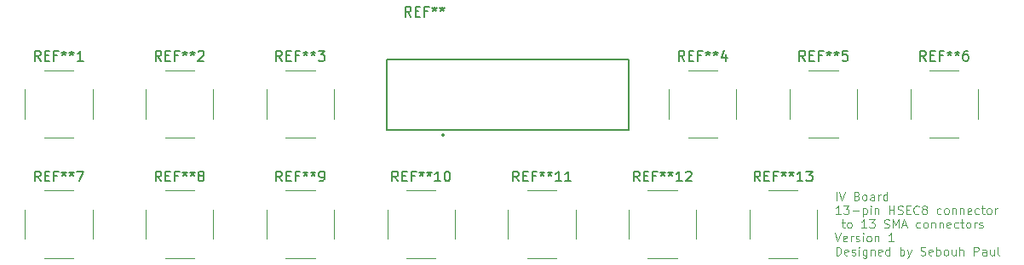
<source format=gbr>
%TF.GenerationSoftware,KiCad,Pcbnew,8.0.2-1*%
%TF.CreationDate,2024-09-17T16:57:38-04:00*%
%TF.ProjectId,Dummy Board,44756d6d-7920-4426-9f61-72642e6b6963,rev?*%
%TF.SameCoordinates,Original*%
%TF.FileFunction,Legend,Top*%
%TF.FilePolarity,Positive*%
%FSLAX46Y46*%
G04 Gerber Fmt 4.6, Leading zero omitted, Abs format (unit mm)*
G04 Created by KiCad (PCBNEW 8.0.2-1) date 2024-09-17 16:57:38*
%MOMM*%
%LPD*%
G01*
G04 APERTURE LIST*
%ADD10C,0.100000*%
%ADD11C,0.150000*%
%ADD12C,0.120000*%
%ADD13C,0.200000*%
G04 APERTURE END LIST*
D10*
X207468169Y-106616969D02*
X207468169Y-105766969D01*
X207751503Y-105766969D02*
X208034836Y-106616969D01*
X208034836Y-106616969D02*
X208318170Y-105766969D01*
X209532455Y-106171731D02*
X209653883Y-106212207D01*
X209653883Y-106212207D02*
X209694360Y-106252683D01*
X209694360Y-106252683D02*
X209734836Y-106333635D01*
X209734836Y-106333635D02*
X209734836Y-106455064D01*
X209734836Y-106455064D02*
X209694360Y-106536016D01*
X209694360Y-106536016D02*
X209653883Y-106576493D01*
X209653883Y-106576493D02*
X209572931Y-106616969D01*
X209572931Y-106616969D02*
X209249121Y-106616969D01*
X209249121Y-106616969D02*
X209249121Y-105766969D01*
X209249121Y-105766969D02*
X209532455Y-105766969D01*
X209532455Y-105766969D02*
X209613407Y-105807445D01*
X209613407Y-105807445D02*
X209653883Y-105847921D01*
X209653883Y-105847921D02*
X209694360Y-105928873D01*
X209694360Y-105928873D02*
X209694360Y-106009826D01*
X209694360Y-106009826D02*
X209653883Y-106090778D01*
X209653883Y-106090778D02*
X209613407Y-106131254D01*
X209613407Y-106131254D02*
X209532455Y-106171731D01*
X209532455Y-106171731D02*
X209249121Y-106171731D01*
X210220550Y-106616969D02*
X210139598Y-106576493D01*
X210139598Y-106576493D02*
X210099121Y-106536016D01*
X210099121Y-106536016D02*
X210058645Y-106455064D01*
X210058645Y-106455064D02*
X210058645Y-106212207D01*
X210058645Y-106212207D02*
X210099121Y-106131254D01*
X210099121Y-106131254D02*
X210139598Y-106090778D01*
X210139598Y-106090778D02*
X210220550Y-106050302D01*
X210220550Y-106050302D02*
X210341979Y-106050302D01*
X210341979Y-106050302D02*
X210422931Y-106090778D01*
X210422931Y-106090778D02*
X210463407Y-106131254D01*
X210463407Y-106131254D02*
X210503883Y-106212207D01*
X210503883Y-106212207D02*
X210503883Y-106455064D01*
X210503883Y-106455064D02*
X210463407Y-106536016D01*
X210463407Y-106536016D02*
X210422931Y-106576493D01*
X210422931Y-106576493D02*
X210341979Y-106616969D01*
X210341979Y-106616969D02*
X210220550Y-106616969D01*
X211232455Y-106616969D02*
X211232455Y-106171731D01*
X211232455Y-106171731D02*
X211191979Y-106090778D01*
X211191979Y-106090778D02*
X211111027Y-106050302D01*
X211111027Y-106050302D02*
X210949122Y-106050302D01*
X210949122Y-106050302D02*
X210868169Y-106090778D01*
X211232455Y-106576493D02*
X211151503Y-106616969D01*
X211151503Y-106616969D02*
X210949122Y-106616969D01*
X210949122Y-106616969D02*
X210868169Y-106576493D01*
X210868169Y-106576493D02*
X210827693Y-106495540D01*
X210827693Y-106495540D02*
X210827693Y-106414588D01*
X210827693Y-106414588D02*
X210868169Y-106333635D01*
X210868169Y-106333635D02*
X210949122Y-106293159D01*
X210949122Y-106293159D02*
X211151503Y-106293159D01*
X211151503Y-106293159D02*
X211232455Y-106252683D01*
X211637217Y-106616969D02*
X211637217Y-106050302D01*
X211637217Y-106212207D02*
X211677694Y-106131254D01*
X211677694Y-106131254D02*
X211718170Y-106090778D01*
X211718170Y-106090778D02*
X211799122Y-106050302D01*
X211799122Y-106050302D02*
X211880075Y-106050302D01*
X212527693Y-106616969D02*
X212527693Y-105766969D01*
X212527693Y-106576493D02*
X212446741Y-106616969D01*
X212446741Y-106616969D02*
X212284836Y-106616969D01*
X212284836Y-106616969D02*
X212203884Y-106576493D01*
X212203884Y-106576493D02*
X212163407Y-106536016D01*
X212163407Y-106536016D02*
X212122931Y-106455064D01*
X212122931Y-106455064D02*
X212122931Y-106212207D01*
X212122931Y-106212207D02*
X212163407Y-106131254D01*
X212163407Y-106131254D02*
X212203884Y-106090778D01*
X212203884Y-106090778D02*
X212284836Y-106050302D01*
X212284836Y-106050302D02*
X212446741Y-106050302D01*
X212446741Y-106050302D02*
X212527693Y-106090778D01*
X207913408Y-107985421D02*
X207427693Y-107985421D01*
X207670550Y-107985421D02*
X207670550Y-107135421D01*
X207670550Y-107135421D02*
X207589598Y-107256849D01*
X207589598Y-107256849D02*
X207508646Y-107337802D01*
X207508646Y-107337802D02*
X207427693Y-107378278D01*
X208196741Y-107135421D02*
X208722932Y-107135421D01*
X208722932Y-107135421D02*
X208439598Y-107459230D01*
X208439598Y-107459230D02*
X208561027Y-107459230D01*
X208561027Y-107459230D02*
X208641979Y-107499706D01*
X208641979Y-107499706D02*
X208682455Y-107540183D01*
X208682455Y-107540183D02*
X208722932Y-107621135D01*
X208722932Y-107621135D02*
X208722932Y-107823516D01*
X208722932Y-107823516D02*
X208682455Y-107904468D01*
X208682455Y-107904468D02*
X208641979Y-107944945D01*
X208641979Y-107944945D02*
X208561027Y-107985421D01*
X208561027Y-107985421D02*
X208318170Y-107985421D01*
X208318170Y-107985421D02*
X208237217Y-107944945D01*
X208237217Y-107944945D02*
X208196741Y-107904468D01*
X209087217Y-107661611D02*
X209734837Y-107661611D01*
X210139598Y-107418754D02*
X210139598Y-108268754D01*
X210139598Y-107459230D02*
X210220551Y-107418754D01*
X210220551Y-107418754D02*
X210382456Y-107418754D01*
X210382456Y-107418754D02*
X210463408Y-107459230D01*
X210463408Y-107459230D02*
X210503884Y-107499706D01*
X210503884Y-107499706D02*
X210544360Y-107580659D01*
X210544360Y-107580659D02*
X210544360Y-107823516D01*
X210544360Y-107823516D02*
X210503884Y-107904468D01*
X210503884Y-107904468D02*
X210463408Y-107944945D01*
X210463408Y-107944945D02*
X210382456Y-107985421D01*
X210382456Y-107985421D02*
X210220551Y-107985421D01*
X210220551Y-107985421D02*
X210139598Y-107944945D01*
X210908646Y-107985421D02*
X210908646Y-107418754D01*
X210908646Y-107135421D02*
X210868170Y-107175897D01*
X210868170Y-107175897D02*
X210908646Y-107216373D01*
X210908646Y-107216373D02*
X210949123Y-107175897D01*
X210949123Y-107175897D02*
X210908646Y-107135421D01*
X210908646Y-107135421D02*
X210908646Y-107216373D01*
X211313408Y-107418754D02*
X211313408Y-107985421D01*
X211313408Y-107499706D02*
X211353885Y-107459230D01*
X211353885Y-107459230D02*
X211434837Y-107418754D01*
X211434837Y-107418754D02*
X211556266Y-107418754D01*
X211556266Y-107418754D02*
X211637218Y-107459230D01*
X211637218Y-107459230D02*
X211677694Y-107540183D01*
X211677694Y-107540183D02*
X211677694Y-107985421D01*
X212730075Y-107985421D02*
X212730075Y-107135421D01*
X212730075Y-107540183D02*
X213215790Y-107540183D01*
X213215790Y-107985421D02*
X213215790Y-107135421D01*
X213580075Y-107944945D02*
X213701504Y-107985421D01*
X213701504Y-107985421D02*
X213903885Y-107985421D01*
X213903885Y-107985421D02*
X213984837Y-107944945D01*
X213984837Y-107944945D02*
X214025313Y-107904468D01*
X214025313Y-107904468D02*
X214065790Y-107823516D01*
X214065790Y-107823516D02*
X214065790Y-107742564D01*
X214065790Y-107742564D02*
X214025313Y-107661611D01*
X214025313Y-107661611D02*
X213984837Y-107621135D01*
X213984837Y-107621135D02*
X213903885Y-107580659D01*
X213903885Y-107580659D02*
X213741980Y-107540183D01*
X213741980Y-107540183D02*
X213661028Y-107499706D01*
X213661028Y-107499706D02*
X213620551Y-107459230D01*
X213620551Y-107459230D02*
X213580075Y-107378278D01*
X213580075Y-107378278D02*
X213580075Y-107297325D01*
X213580075Y-107297325D02*
X213620551Y-107216373D01*
X213620551Y-107216373D02*
X213661028Y-107175897D01*
X213661028Y-107175897D02*
X213741980Y-107135421D01*
X213741980Y-107135421D02*
X213944361Y-107135421D01*
X213944361Y-107135421D02*
X214065790Y-107175897D01*
X214430075Y-107540183D02*
X214713409Y-107540183D01*
X214834837Y-107985421D02*
X214430075Y-107985421D01*
X214430075Y-107985421D02*
X214430075Y-107135421D01*
X214430075Y-107135421D02*
X214834837Y-107135421D01*
X215684838Y-107904468D02*
X215644362Y-107944945D01*
X215644362Y-107944945D02*
X215522933Y-107985421D01*
X215522933Y-107985421D02*
X215441981Y-107985421D01*
X215441981Y-107985421D02*
X215320552Y-107944945D01*
X215320552Y-107944945D02*
X215239600Y-107863992D01*
X215239600Y-107863992D02*
X215199123Y-107783040D01*
X215199123Y-107783040D02*
X215158647Y-107621135D01*
X215158647Y-107621135D02*
X215158647Y-107499706D01*
X215158647Y-107499706D02*
X215199123Y-107337802D01*
X215199123Y-107337802D02*
X215239600Y-107256849D01*
X215239600Y-107256849D02*
X215320552Y-107175897D01*
X215320552Y-107175897D02*
X215441981Y-107135421D01*
X215441981Y-107135421D02*
X215522933Y-107135421D01*
X215522933Y-107135421D02*
X215644362Y-107175897D01*
X215644362Y-107175897D02*
X215684838Y-107216373D01*
X216170552Y-107499706D02*
X216089600Y-107459230D01*
X216089600Y-107459230D02*
X216049123Y-107418754D01*
X216049123Y-107418754D02*
X216008647Y-107337802D01*
X216008647Y-107337802D02*
X216008647Y-107297325D01*
X216008647Y-107297325D02*
X216049123Y-107216373D01*
X216049123Y-107216373D02*
X216089600Y-107175897D01*
X216089600Y-107175897D02*
X216170552Y-107135421D01*
X216170552Y-107135421D02*
X216332457Y-107135421D01*
X216332457Y-107135421D02*
X216413409Y-107175897D01*
X216413409Y-107175897D02*
X216453885Y-107216373D01*
X216453885Y-107216373D02*
X216494362Y-107297325D01*
X216494362Y-107297325D02*
X216494362Y-107337802D01*
X216494362Y-107337802D02*
X216453885Y-107418754D01*
X216453885Y-107418754D02*
X216413409Y-107459230D01*
X216413409Y-107459230D02*
X216332457Y-107499706D01*
X216332457Y-107499706D02*
X216170552Y-107499706D01*
X216170552Y-107499706D02*
X216089600Y-107540183D01*
X216089600Y-107540183D02*
X216049123Y-107580659D01*
X216049123Y-107580659D02*
X216008647Y-107661611D01*
X216008647Y-107661611D02*
X216008647Y-107823516D01*
X216008647Y-107823516D02*
X216049123Y-107904468D01*
X216049123Y-107904468D02*
X216089600Y-107944945D01*
X216089600Y-107944945D02*
X216170552Y-107985421D01*
X216170552Y-107985421D02*
X216332457Y-107985421D01*
X216332457Y-107985421D02*
X216413409Y-107944945D01*
X216413409Y-107944945D02*
X216453885Y-107904468D01*
X216453885Y-107904468D02*
X216494362Y-107823516D01*
X216494362Y-107823516D02*
X216494362Y-107661611D01*
X216494362Y-107661611D02*
X216453885Y-107580659D01*
X216453885Y-107580659D02*
X216413409Y-107540183D01*
X216413409Y-107540183D02*
X216332457Y-107499706D01*
X217870552Y-107944945D02*
X217789600Y-107985421D01*
X217789600Y-107985421D02*
X217627695Y-107985421D01*
X217627695Y-107985421D02*
X217546743Y-107944945D01*
X217546743Y-107944945D02*
X217506266Y-107904468D01*
X217506266Y-107904468D02*
X217465790Y-107823516D01*
X217465790Y-107823516D02*
X217465790Y-107580659D01*
X217465790Y-107580659D02*
X217506266Y-107499706D01*
X217506266Y-107499706D02*
X217546743Y-107459230D01*
X217546743Y-107459230D02*
X217627695Y-107418754D01*
X217627695Y-107418754D02*
X217789600Y-107418754D01*
X217789600Y-107418754D02*
X217870552Y-107459230D01*
X218356266Y-107985421D02*
X218275314Y-107944945D01*
X218275314Y-107944945D02*
X218234837Y-107904468D01*
X218234837Y-107904468D02*
X218194361Y-107823516D01*
X218194361Y-107823516D02*
X218194361Y-107580659D01*
X218194361Y-107580659D02*
X218234837Y-107499706D01*
X218234837Y-107499706D02*
X218275314Y-107459230D01*
X218275314Y-107459230D02*
X218356266Y-107418754D01*
X218356266Y-107418754D02*
X218477695Y-107418754D01*
X218477695Y-107418754D02*
X218558647Y-107459230D01*
X218558647Y-107459230D02*
X218599123Y-107499706D01*
X218599123Y-107499706D02*
X218639599Y-107580659D01*
X218639599Y-107580659D02*
X218639599Y-107823516D01*
X218639599Y-107823516D02*
X218599123Y-107904468D01*
X218599123Y-107904468D02*
X218558647Y-107944945D01*
X218558647Y-107944945D02*
X218477695Y-107985421D01*
X218477695Y-107985421D02*
X218356266Y-107985421D01*
X219003885Y-107418754D02*
X219003885Y-107985421D01*
X219003885Y-107499706D02*
X219044362Y-107459230D01*
X219044362Y-107459230D02*
X219125314Y-107418754D01*
X219125314Y-107418754D02*
X219246743Y-107418754D01*
X219246743Y-107418754D02*
X219327695Y-107459230D01*
X219327695Y-107459230D02*
X219368171Y-107540183D01*
X219368171Y-107540183D02*
X219368171Y-107985421D01*
X219772933Y-107418754D02*
X219772933Y-107985421D01*
X219772933Y-107499706D02*
X219813410Y-107459230D01*
X219813410Y-107459230D02*
X219894362Y-107418754D01*
X219894362Y-107418754D02*
X220015791Y-107418754D01*
X220015791Y-107418754D02*
X220096743Y-107459230D01*
X220096743Y-107459230D02*
X220137219Y-107540183D01*
X220137219Y-107540183D02*
X220137219Y-107985421D01*
X220865791Y-107944945D02*
X220784839Y-107985421D01*
X220784839Y-107985421D02*
X220622934Y-107985421D01*
X220622934Y-107985421D02*
X220541981Y-107944945D01*
X220541981Y-107944945D02*
X220501505Y-107863992D01*
X220501505Y-107863992D02*
X220501505Y-107540183D01*
X220501505Y-107540183D02*
X220541981Y-107459230D01*
X220541981Y-107459230D02*
X220622934Y-107418754D01*
X220622934Y-107418754D02*
X220784839Y-107418754D01*
X220784839Y-107418754D02*
X220865791Y-107459230D01*
X220865791Y-107459230D02*
X220906267Y-107540183D01*
X220906267Y-107540183D02*
X220906267Y-107621135D01*
X220906267Y-107621135D02*
X220501505Y-107702087D01*
X221634838Y-107944945D02*
X221553886Y-107985421D01*
X221553886Y-107985421D02*
X221391981Y-107985421D01*
X221391981Y-107985421D02*
X221311029Y-107944945D01*
X221311029Y-107944945D02*
X221270552Y-107904468D01*
X221270552Y-107904468D02*
X221230076Y-107823516D01*
X221230076Y-107823516D02*
X221230076Y-107580659D01*
X221230076Y-107580659D02*
X221270552Y-107499706D01*
X221270552Y-107499706D02*
X221311029Y-107459230D01*
X221311029Y-107459230D02*
X221391981Y-107418754D01*
X221391981Y-107418754D02*
X221553886Y-107418754D01*
X221553886Y-107418754D02*
X221634838Y-107459230D01*
X221877695Y-107418754D02*
X222201504Y-107418754D01*
X221999123Y-107135421D02*
X221999123Y-107863992D01*
X221999123Y-107863992D02*
X222039600Y-107944945D01*
X222039600Y-107944945D02*
X222120552Y-107985421D01*
X222120552Y-107985421D02*
X222201504Y-107985421D01*
X222606266Y-107985421D02*
X222525314Y-107944945D01*
X222525314Y-107944945D02*
X222484837Y-107904468D01*
X222484837Y-107904468D02*
X222444361Y-107823516D01*
X222444361Y-107823516D02*
X222444361Y-107580659D01*
X222444361Y-107580659D02*
X222484837Y-107499706D01*
X222484837Y-107499706D02*
X222525314Y-107459230D01*
X222525314Y-107459230D02*
X222606266Y-107418754D01*
X222606266Y-107418754D02*
X222727695Y-107418754D01*
X222727695Y-107418754D02*
X222808647Y-107459230D01*
X222808647Y-107459230D02*
X222849123Y-107499706D01*
X222849123Y-107499706D02*
X222889599Y-107580659D01*
X222889599Y-107580659D02*
X222889599Y-107823516D01*
X222889599Y-107823516D02*
X222849123Y-107904468D01*
X222849123Y-107904468D02*
X222808647Y-107944945D01*
X222808647Y-107944945D02*
X222727695Y-107985421D01*
X222727695Y-107985421D02*
X222606266Y-107985421D01*
X223253885Y-107985421D02*
X223253885Y-107418754D01*
X223253885Y-107580659D02*
X223294362Y-107499706D01*
X223294362Y-107499706D02*
X223334838Y-107459230D01*
X223334838Y-107459230D02*
X223415790Y-107418754D01*
X223415790Y-107418754D02*
X223496743Y-107418754D01*
X207994360Y-108787206D02*
X208318169Y-108787206D01*
X208115788Y-108503873D02*
X208115788Y-109232444D01*
X208115788Y-109232444D02*
X208156265Y-109313397D01*
X208156265Y-109313397D02*
X208237217Y-109353873D01*
X208237217Y-109353873D02*
X208318169Y-109353873D01*
X208722931Y-109353873D02*
X208641979Y-109313397D01*
X208641979Y-109313397D02*
X208601502Y-109272920D01*
X208601502Y-109272920D02*
X208561026Y-109191968D01*
X208561026Y-109191968D02*
X208561026Y-108949111D01*
X208561026Y-108949111D02*
X208601502Y-108868158D01*
X208601502Y-108868158D02*
X208641979Y-108827682D01*
X208641979Y-108827682D02*
X208722931Y-108787206D01*
X208722931Y-108787206D02*
X208844360Y-108787206D01*
X208844360Y-108787206D02*
X208925312Y-108827682D01*
X208925312Y-108827682D02*
X208965788Y-108868158D01*
X208965788Y-108868158D02*
X209006264Y-108949111D01*
X209006264Y-108949111D02*
X209006264Y-109191968D01*
X209006264Y-109191968D02*
X208965788Y-109272920D01*
X208965788Y-109272920D02*
X208925312Y-109313397D01*
X208925312Y-109313397D02*
X208844360Y-109353873D01*
X208844360Y-109353873D02*
X208722931Y-109353873D01*
X210463408Y-109353873D02*
X209977693Y-109353873D01*
X210220550Y-109353873D02*
X210220550Y-108503873D01*
X210220550Y-108503873D02*
X210139598Y-108625301D01*
X210139598Y-108625301D02*
X210058646Y-108706254D01*
X210058646Y-108706254D02*
X209977693Y-108746730D01*
X210746741Y-108503873D02*
X211272932Y-108503873D01*
X211272932Y-108503873D02*
X210989598Y-108827682D01*
X210989598Y-108827682D02*
X211111027Y-108827682D01*
X211111027Y-108827682D02*
X211191979Y-108868158D01*
X211191979Y-108868158D02*
X211232455Y-108908635D01*
X211232455Y-108908635D02*
X211272932Y-108989587D01*
X211272932Y-108989587D02*
X211272932Y-109191968D01*
X211272932Y-109191968D02*
X211232455Y-109272920D01*
X211232455Y-109272920D02*
X211191979Y-109313397D01*
X211191979Y-109313397D02*
X211111027Y-109353873D01*
X211111027Y-109353873D02*
X210868170Y-109353873D01*
X210868170Y-109353873D02*
X210787217Y-109313397D01*
X210787217Y-109313397D02*
X210746741Y-109272920D01*
X212244360Y-109313397D02*
X212365789Y-109353873D01*
X212365789Y-109353873D02*
X212568170Y-109353873D01*
X212568170Y-109353873D02*
X212649122Y-109313397D01*
X212649122Y-109313397D02*
X212689598Y-109272920D01*
X212689598Y-109272920D02*
X212730075Y-109191968D01*
X212730075Y-109191968D02*
X212730075Y-109111016D01*
X212730075Y-109111016D02*
X212689598Y-109030063D01*
X212689598Y-109030063D02*
X212649122Y-108989587D01*
X212649122Y-108989587D02*
X212568170Y-108949111D01*
X212568170Y-108949111D02*
X212406265Y-108908635D01*
X212406265Y-108908635D02*
X212325313Y-108868158D01*
X212325313Y-108868158D02*
X212284836Y-108827682D01*
X212284836Y-108827682D02*
X212244360Y-108746730D01*
X212244360Y-108746730D02*
X212244360Y-108665777D01*
X212244360Y-108665777D02*
X212284836Y-108584825D01*
X212284836Y-108584825D02*
X212325313Y-108544349D01*
X212325313Y-108544349D02*
X212406265Y-108503873D01*
X212406265Y-108503873D02*
X212608646Y-108503873D01*
X212608646Y-108503873D02*
X212730075Y-108544349D01*
X213094360Y-109353873D02*
X213094360Y-108503873D01*
X213094360Y-108503873D02*
X213377694Y-109111016D01*
X213377694Y-109111016D02*
X213661027Y-108503873D01*
X213661027Y-108503873D02*
X213661027Y-109353873D01*
X214025313Y-109111016D02*
X214430075Y-109111016D01*
X213944361Y-109353873D02*
X214227694Y-108503873D01*
X214227694Y-108503873D02*
X214511028Y-109353873D01*
X215806265Y-109313397D02*
X215725313Y-109353873D01*
X215725313Y-109353873D02*
X215563408Y-109353873D01*
X215563408Y-109353873D02*
X215482456Y-109313397D01*
X215482456Y-109313397D02*
X215441979Y-109272920D01*
X215441979Y-109272920D02*
X215401503Y-109191968D01*
X215401503Y-109191968D02*
X215401503Y-108949111D01*
X215401503Y-108949111D02*
X215441979Y-108868158D01*
X215441979Y-108868158D02*
X215482456Y-108827682D01*
X215482456Y-108827682D02*
X215563408Y-108787206D01*
X215563408Y-108787206D02*
X215725313Y-108787206D01*
X215725313Y-108787206D02*
X215806265Y-108827682D01*
X216291979Y-109353873D02*
X216211027Y-109313397D01*
X216211027Y-109313397D02*
X216170550Y-109272920D01*
X216170550Y-109272920D02*
X216130074Y-109191968D01*
X216130074Y-109191968D02*
X216130074Y-108949111D01*
X216130074Y-108949111D02*
X216170550Y-108868158D01*
X216170550Y-108868158D02*
X216211027Y-108827682D01*
X216211027Y-108827682D02*
X216291979Y-108787206D01*
X216291979Y-108787206D02*
X216413408Y-108787206D01*
X216413408Y-108787206D02*
X216494360Y-108827682D01*
X216494360Y-108827682D02*
X216534836Y-108868158D01*
X216534836Y-108868158D02*
X216575312Y-108949111D01*
X216575312Y-108949111D02*
X216575312Y-109191968D01*
X216575312Y-109191968D02*
X216534836Y-109272920D01*
X216534836Y-109272920D02*
X216494360Y-109313397D01*
X216494360Y-109313397D02*
X216413408Y-109353873D01*
X216413408Y-109353873D02*
X216291979Y-109353873D01*
X216939598Y-108787206D02*
X216939598Y-109353873D01*
X216939598Y-108868158D02*
X216980075Y-108827682D01*
X216980075Y-108827682D02*
X217061027Y-108787206D01*
X217061027Y-108787206D02*
X217182456Y-108787206D01*
X217182456Y-108787206D02*
X217263408Y-108827682D01*
X217263408Y-108827682D02*
X217303884Y-108908635D01*
X217303884Y-108908635D02*
X217303884Y-109353873D01*
X217708646Y-108787206D02*
X217708646Y-109353873D01*
X217708646Y-108868158D02*
X217749123Y-108827682D01*
X217749123Y-108827682D02*
X217830075Y-108787206D01*
X217830075Y-108787206D02*
X217951504Y-108787206D01*
X217951504Y-108787206D02*
X218032456Y-108827682D01*
X218032456Y-108827682D02*
X218072932Y-108908635D01*
X218072932Y-108908635D02*
X218072932Y-109353873D01*
X218801504Y-109313397D02*
X218720552Y-109353873D01*
X218720552Y-109353873D02*
X218558647Y-109353873D01*
X218558647Y-109353873D02*
X218477694Y-109313397D01*
X218477694Y-109313397D02*
X218437218Y-109232444D01*
X218437218Y-109232444D02*
X218437218Y-108908635D01*
X218437218Y-108908635D02*
X218477694Y-108827682D01*
X218477694Y-108827682D02*
X218558647Y-108787206D01*
X218558647Y-108787206D02*
X218720552Y-108787206D01*
X218720552Y-108787206D02*
X218801504Y-108827682D01*
X218801504Y-108827682D02*
X218841980Y-108908635D01*
X218841980Y-108908635D02*
X218841980Y-108989587D01*
X218841980Y-108989587D02*
X218437218Y-109070539D01*
X219570551Y-109313397D02*
X219489599Y-109353873D01*
X219489599Y-109353873D02*
X219327694Y-109353873D01*
X219327694Y-109353873D02*
X219246742Y-109313397D01*
X219246742Y-109313397D02*
X219206265Y-109272920D01*
X219206265Y-109272920D02*
X219165789Y-109191968D01*
X219165789Y-109191968D02*
X219165789Y-108949111D01*
X219165789Y-108949111D02*
X219206265Y-108868158D01*
X219206265Y-108868158D02*
X219246742Y-108827682D01*
X219246742Y-108827682D02*
X219327694Y-108787206D01*
X219327694Y-108787206D02*
X219489599Y-108787206D01*
X219489599Y-108787206D02*
X219570551Y-108827682D01*
X219813408Y-108787206D02*
X220137217Y-108787206D01*
X219934836Y-108503873D02*
X219934836Y-109232444D01*
X219934836Y-109232444D02*
X219975313Y-109313397D01*
X219975313Y-109313397D02*
X220056265Y-109353873D01*
X220056265Y-109353873D02*
X220137217Y-109353873D01*
X220541979Y-109353873D02*
X220461027Y-109313397D01*
X220461027Y-109313397D02*
X220420550Y-109272920D01*
X220420550Y-109272920D02*
X220380074Y-109191968D01*
X220380074Y-109191968D02*
X220380074Y-108949111D01*
X220380074Y-108949111D02*
X220420550Y-108868158D01*
X220420550Y-108868158D02*
X220461027Y-108827682D01*
X220461027Y-108827682D02*
X220541979Y-108787206D01*
X220541979Y-108787206D02*
X220663408Y-108787206D01*
X220663408Y-108787206D02*
X220744360Y-108827682D01*
X220744360Y-108827682D02*
X220784836Y-108868158D01*
X220784836Y-108868158D02*
X220825312Y-108949111D01*
X220825312Y-108949111D02*
X220825312Y-109191968D01*
X220825312Y-109191968D02*
X220784836Y-109272920D01*
X220784836Y-109272920D02*
X220744360Y-109313397D01*
X220744360Y-109313397D02*
X220663408Y-109353873D01*
X220663408Y-109353873D02*
X220541979Y-109353873D01*
X221189598Y-109353873D02*
X221189598Y-108787206D01*
X221189598Y-108949111D02*
X221230075Y-108868158D01*
X221230075Y-108868158D02*
X221270551Y-108827682D01*
X221270551Y-108827682D02*
X221351503Y-108787206D01*
X221351503Y-108787206D02*
X221432456Y-108787206D01*
X221675312Y-109313397D02*
X221756265Y-109353873D01*
X221756265Y-109353873D02*
X221918169Y-109353873D01*
X221918169Y-109353873D02*
X221999122Y-109313397D01*
X221999122Y-109313397D02*
X222039598Y-109232444D01*
X222039598Y-109232444D02*
X222039598Y-109191968D01*
X222039598Y-109191968D02*
X221999122Y-109111016D01*
X221999122Y-109111016D02*
X221918169Y-109070539D01*
X221918169Y-109070539D02*
X221796741Y-109070539D01*
X221796741Y-109070539D02*
X221715788Y-109030063D01*
X221715788Y-109030063D02*
X221675312Y-108949111D01*
X221675312Y-108949111D02*
X221675312Y-108908635D01*
X221675312Y-108908635D02*
X221715788Y-108827682D01*
X221715788Y-108827682D02*
X221796741Y-108787206D01*
X221796741Y-108787206D02*
X221918169Y-108787206D01*
X221918169Y-108787206D02*
X221999122Y-108827682D01*
X207346741Y-109872325D02*
X207630074Y-110722325D01*
X207630074Y-110722325D02*
X207913408Y-109872325D01*
X208520550Y-110681849D02*
X208439598Y-110722325D01*
X208439598Y-110722325D02*
X208277693Y-110722325D01*
X208277693Y-110722325D02*
X208196740Y-110681849D01*
X208196740Y-110681849D02*
X208156264Y-110600896D01*
X208156264Y-110600896D02*
X208156264Y-110277087D01*
X208156264Y-110277087D02*
X208196740Y-110196134D01*
X208196740Y-110196134D02*
X208277693Y-110155658D01*
X208277693Y-110155658D02*
X208439598Y-110155658D01*
X208439598Y-110155658D02*
X208520550Y-110196134D01*
X208520550Y-110196134D02*
X208561026Y-110277087D01*
X208561026Y-110277087D02*
X208561026Y-110358039D01*
X208561026Y-110358039D02*
X208156264Y-110438991D01*
X208925311Y-110722325D02*
X208925311Y-110155658D01*
X208925311Y-110317563D02*
X208965788Y-110236610D01*
X208965788Y-110236610D02*
X209006264Y-110196134D01*
X209006264Y-110196134D02*
X209087216Y-110155658D01*
X209087216Y-110155658D02*
X209168169Y-110155658D01*
X209411025Y-110681849D02*
X209491978Y-110722325D01*
X209491978Y-110722325D02*
X209653882Y-110722325D01*
X209653882Y-110722325D02*
X209734835Y-110681849D01*
X209734835Y-110681849D02*
X209775311Y-110600896D01*
X209775311Y-110600896D02*
X209775311Y-110560420D01*
X209775311Y-110560420D02*
X209734835Y-110479468D01*
X209734835Y-110479468D02*
X209653882Y-110438991D01*
X209653882Y-110438991D02*
X209532454Y-110438991D01*
X209532454Y-110438991D02*
X209451501Y-110398515D01*
X209451501Y-110398515D02*
X209411025Y-110317563D01*
X209411025Y-110317563D02*
X209411025Y-110277087D01*
X209411025Y-110277087D02*
X209451501Y-110196134D01*
X209451501Y-110196134D02*
X209532454Y-110155658D01*
X209532454Y-110155658D02*
X209653882Y-110155658D01*
X209653882Y-110155658D02*
X209734835Y-110196134D01*
X210139596Y-110722325D02*
X210139596Y-110155658D01*
X210139596Y-109872325D02*
X210099120Y-109912801D01*
X210099120Y-109912801D02*
X210139596Y-109953277D01*
X210139596Y-109953277D02*
X210180073Y-109912801D01*
X210180073Y-109912801D02*
X210139596Y-109872325D01*
X210139596Y-109872325D02*
X210139596Y-109953277D01*
X210665787Y-110722325D02*
X210584835Y-110681849D01*
X210584835Y-110681849D02*
X210544358Y-110641372D01*
X210544358Y-110641372D02*
X210503882Y-110560420D01*
X210503882Y-110560420D02*
X210503882Y-110317563D01*
X210503882Y-110317563D02*
X210544358Y-110236610D01*
X210544358Y-110236610D02*
X210584835Y-110196134D01*
X210584835Y-110196134D02*
X210665787Y-110155658D01*
X210665787Y-110155658D02*
X210787216Y-110155658D01*
X210787216Y-110155658D02*
X210868168Y-110196134D01*
X210868168Y-110196134D02*
X210908644Y-110236610D01*
X210908644Y-110236610D02*
X210949120Y-110317563D01*
X210949120Y-110317563D02*
X210949120Y-110560420D01*
X210949120Y-110560420D02*
X210908644Y-110641372D01*
X210908644Y-110641372D02*
X210868168Y-110681849D01*
X210868168Y-110681849D02*
X210787216Y-110722325D01*
X210787216Y-110722325D02*
X210665787Y-110722325D01*
X211313406Y-110155658D02*
X211313406Y-110722325D01*
X211313406Y-110236610D02*
X211353883Y-110196134D01*
X211353883Y-110196134D02*
X211434835Y-110155658D01*
X211434835Y-110155658D02*
X211556264Y-110155658D01*
X211556264Y-110155658D02*
X211637216Y-110196134D01*
X211637216Y-110196134D02*
X211677692Y-110277087D01*
X211677692Y-110277087D02*
X211677692Y-110722325D01*
X213175312Y-110722325D02*
X212689597Y-110722325D01*
X212932454Y-110722325D02*
X212932454Y-109872325D01*
X212932454Y-109872325D02*
X212851502Y-109993753D01*
X212851502Y-109993753D02*
X212770550Y-110074706D01*
X212770550Y-110074706D02*
X212689597Y-110115182D01*
X207468169Y-112090777D02*
X207468169Y-111240777D01*
X207468169Y-111240777D02*
X207670550Y-111240777D01*
X207670550Y-111240777D02*
X207791979Y-111281253D01*
X207791979Y-111281253D02*
X207872931Y-111362205D01*
X207872931Y-111362205D02*
X207913408Y-111443158D01*
X207913408Y-111443158D02*
X207953884Y-111605062D01*
X207953884Y-111605062D02*
X207953884Y-111726491D01*
X207953884Y-111726491D02*
X207913408Y-111888396D01*
X207913408Y-111888396D02*
X207872931Y-111969348D01*
X207872931Y-111969348D02*
X207791979Y-112050301D01*
X207791979Y-112050301D02*
X207670550Y-112090777D01*
X207670550Y-112090777D02*
X207468169Y-112090777D01*
X208641979Y-112050301D02*
X208561027Y-112090777D01*
X208561027Y-112090777D02*
X208399122Y-112090777D01*
X208399122Y-112090777D02*
X208318169Y-112050301D01*
X208318169Y-112050301D02*
X208277693Y-111969348D01*
X208277693Y-111969348D02*
X208277693Y-111645539D01*
X208277693Y-111645539D02*
X208318169Y-111564586D01*
X208318169Y-111564586D02*
X208399122Y-111524110D01*
X208399122Y-111524110D02*
X208561027Y-111524110D01*
X208561027Y-111524110D02*
X208641979Y-111564586D01*
X208641979Y-111564586D02*
X208682455Y-111645539D01*
X208682455Y-111645539D02*
X208682455Y-111726491D01*
X208682455Y-111726491D02*
X208277693Y-111807443D01*
X209006264Y-112050301D02*
X209087217Y-112090777D01*
X209087217Y-112090777D02*
X209249121Y-112090777D01*
X209249121Y-112090777D02*
X209330074Y-112050301D01*
X209330074Y-112050301D02*
X209370550Y-111969348D01*
X209370550Y-111969348D02*
X209370550Y-111928872D01*
X209370550Y-111928872D02*
X209330074Y-111847920D01*
X209330074Y-111847920D02*
X209249121Y-111807443D01*
X209249121Y-111807443D02*
X209127693Y-111807443D01*
X209127693Y-111807443D02*
X209046740Y-111766967D01*
X209046740Y-111766967D02*
X209006264Y-111686015D01*
X209006264Y-111686015D02*
X209006264Y-111645539D01*
X209006264Y-111645539D02*
X209046740Y-111564586D01*
X209046740Y-111564586D02*
X209127693Y-111524110D01*
X209127693Y-111524110D02*
X209249121Y-111524110D01*
X209249121Y-111524110D02*
X209330074Y-111564586D01*
X209734835Y-112090777D02*
X209734835Y-111524110D01*
X209734835Y-111240777D02*
X209694359Y-111281253D01*
X209694359Y-111281253D02*
X209734835Y-111321729D01*
X209734835Y-111321729D02*
X209775312Y-111281253D01*
X209775312Y-111281253D02*
X209734835Y-111240777D01*
X209734835Y-111240777D02*
X209734835Y-111321729D01*
X210503883Y-111524110D02*
X210503883Y-112212205D01*
X210503883Y-112212205D02*
X210463407Y-112293158D01*
X210463407Y-112293158D02*
X210422931Y-112333634D01*
X210422931Y-112333634D02*
X210341978Y-112374110D01*
X210341978Y-112374110D02*
X210220550Y-112374110D01*
X210220550Y-112374110D02*
X210139597Y-112333634D01*
X210503883Y-112050301D02*
X210422931Y-112090777D01*
X210422931Y-112090777D02*
X210261026Y-112090777D01*
X210261026Y-112090777D02*
X210180074Y-112050301D01*
X210180074Y-112050301D02*
X210139597Y-112009824D01*
X210139597Y-112009824D02*
X210099121Y-111928872D01*
X210099121Y-111928872D02*
X210099121Y-111686015D01*
X210099121Y-111686015D02*
X210139597Y-111605062D01*
X210139597Y-111605062D02*
X210180074Y-111564586D01*
X210180074Y-111564586D02*
X210261026Y-111524110D01*
X210261026Y-111524110D02*
X210422931Y-111524110D01*
X210422931Y-111524110D02*
X210503883Y-111564586D01*
X210908645Y-111524110D02*
X210908645Y-112090777D01*
X210908645Y-111605062D02*
X210949122Y-111564586D01*
X210949122Y-111564586D02*
X211030074Y-111524110D01*
X211030074Y-111524110D02*
X211151503Y-111524110D01*
X211151503Y-111524110D02*
X211232455Y-111564586D01*
X211232455Y-111564586D02*
X211272931Y-111645539D01*
X211272931Y-111645539D02*
X211272931Y-112090777D01*
X212001503Y-112050301D02*
X211920551Y-112090777D01*
X211920551Y-112090777D02*
X211758646Y-112090777D01*
X211758646Y-112090777D02*
X211677693Y-112050301D01*
X211677693Y-112050301D02*
X211637217Y-111969348D01*
X211637217Y-111969348D02*
X211637217Y-111645539D01*
X211637217Y-111645539D02*
X211677693Y-111564586D01*
X211677693Y-111564586D02*
X211758646Y-111524110D01*
X211758646Y-111524110D02*
X211920551Y-111524110D01*
X211920551Y-111524110D02*
X212001503Y-111564586D01*
X212001503Y-111564586D02*
X212041979Y-111645539D01*
X212041979Y-111645539D02*
X212041979Y-111726491D01*
X212041979Y-111726491D02*
X211637217Y-111807443D01*
X212770550Y-112090777D02*
X212770550Y-111240777D01*
X212770550Y-112050301D02*
X212689598Y-112090777D01*
X212689598Y-112090777D02*
X212527693Y-112090777D01*
X212527693Y-112090777D02*
X212446741Y-112050301D01*
X212446741Y-112050301D02*
X212406264Y-112009824D01*
X212406264Y-112009824D02*
X212365788Y-111928872D01*
X212365788Y-111928872D02*
X212365788Y-111686015D01*
X212365788Y-111686015D02*
X212406264Y-111605062D01*
X212406264Y-111605062D02*
X212446741Y-111564586D01*
X212446741Y-111564586D02*
X212527693Y-111524110D01*
X212527693Y-111524110D02*
X212689598Y-111524110D01*
X212689598Y-111524110D02*
X212770550Y-111564586D01*
X213822931Y-112090777D02*
X213822931Y-111240777D01*
X213822931Y-111564586D02*
X213903884Y-111524110D01*
X213903884Y-111524110D02*
X214065789Y-111524110D01*
X214065789Y-111524110D02*
X214146741Y-111564586D01*
X214146741Y-111564586D02*
X214187217Y-111605062D01*
X214187217Y-111605062D02*
X214227693Y-111686015D01*
X214227693Y-111686015D02*
X214227693Y-111928872D01*
X214227693Y-111928872D02*
X214187217Y-112009824D01*
X214187217Y-112009824D02*
X214146741Y-112050301D01*
X214146741Y-112050301D02*
X214065789Y-112090777D01*
X214065789Y-112090777D02*
X213903884Y-112090777D01*
X213903884Y-112090777D02*
X213822931Y-112050301D01*
X214511027Y-111524110D02*
X214713408Y-112090777D01*
X214915789Y-111524110D02*
X214713408Y-112090777D01*
X214713408Y-112090777D02*
X214632456Y-112293158D01*
X214632456Y-112293158D02*
X214591979Y-112333634D01*
X214591979Y-112333634D02*
X214511027Y-112374110D01*
X215846741Y-112050301D02*
X215968170Y-112090777D01*
X215968170Y-112090777D02*
X216170551Y-112090777D01*
X216170551Y-112090777D02*
X216251503Y-112050301D01*
X216251503Y-112050301D02*
X216291979Y-112009824D01*
X216291979Y-112009824D02*
X216332456Y-111928872D01*
X216332456Y-111928872D02*
X216332456Y-111847920D01*
X216332456Y-111847920D02*
X216291979Y-111766967D01*
X216291979Y-111766967D02*
X216251503Y-111726491D01*
X216251503Y-111726491D02*
X216170551Y-111686015D01*
X216170551Y-111686015D02*
X216008646Y-111645539D01*
X216008646Y-111645539D02*
X215927694Y-111605062D01*
X215927694Y-111605062D02*
X215887217Y-111564586D01*
X215887217Y-111564586D02*
X215846741Y-111483634D01*
X215846741Y-111483634D02*
X215846741Y-111402681D01*
X215846741Y-111402681D02*
X215887217Y-111321729D01*
X215887217Y-111321729D02*
X215927694Y-111281253D01*
X215927694Y-111281253D02*
X216008646Y-111240777D01*
X216008646Y-111240777D02*
X216211027Y-111240777D01*
X216211027Y-111240777D02*
X216332456Y-111281253D01*
X217020551Y-112050301D02*
X216939599Y-112090777D01*
X216939599Y-112090777D02*
X216777694Y-112090777D01*
X216777694Y-112090777D02*
X216696741Y-112050301D01*
X216696741Y-112050301D02*
X216656265Y-111969348D01*
X216656265Y-111969348D02*
X216656265Y-111645539D01*
X216656265Y-111645539D02*
X216696741Y-111564586D01*
X216696741Y-111564586D02*
X216777694Y-111524110D01*
X216777694Y-111524110D02*
X216939599Y-111524110D01*
X216939599Y-111524110D02*
X217020551Y-111564586D01*
X217020551Y-111564586D02*
X217061027Y-111645539D01*
X217061027Y-111645539D02*
X217061027Y-111726491D01*
X217061027Y-111726491D02*
X216656265Y-111807443D01*
X217425312Y-112090777D02*
X217425312Y-111240777D01*
X217425312Y-111564586D02*
X217506265Y-111524110D01*
X217506265Y-111524110D02*
X217668170Y-111524110D01*
X217668170Y-111524110D02*
X217749122Y-111564586D01*
X217749122Y-111564586D02*
X217789598Y-111605062D01*
X217789598Y-111605062D02*
X217830074Y-111686015D01*
X217830074Y-111686015D02*
X217830074Y-111928872D01*
X217830074Y-111928872D02*
X217789598Y-112009824D01*
X217789598Y-112009824D02*
X217749122Y-112050301D01*
X217749122Y-112050301D02*
X217668170Y-112090777D01*
X217668170Y-112090777D02*
X217506265Y-112090777D01*
X217506265Y-112090777D02*
X217425312Y-112050301D01*
X218315789Y-112090777D02*
X218234837Y-112050301D01*
X218234837Y-112050301D02*
X218194360Y-112009824D01*
X218194360Y-112009824D02*
X218153884Y-111928872D01*
X218153884Y-111928872D02*
X218153884Y-111686015D01*
X218153884Y-111686015D02*
X218194360Y-111605062D01*
X218194360Y-111605062D02*
X218234837Y-111564586D01*
X218234837Y-111564586D02*
X218315789Y-111524110D01*
X218315789Y-111524110D02*
X218437218Y-111524110D01*
X218437218Y-111524110D02*
X218518170Y-111564586D01*
X218518170Y-111564586D02*
X218558646Y-111605062D01*
X218558646Y-111605062D02*
X218599122Y-111686015D01*
X218599122Y-111686015D02*
X218599122Y-111928872D01*
X218599122Y-111928872D02*
X218558646Y-112009824D01*
X218558646Y-112009824D02*
X218518170Y-112050301D01*
X218518170Y-112050301D02*
X218437218Y-112090777D01*
X218437218Y-112090777D02*
X218315789Y-112090777D01*
X219327694Y-111524110D02*
X219327694Y-112090777D01*
X218963408Y-111524110D02*
X218963408Y-111969348D01*
X218963408Y-111969348D02*
X219003885Y-112050301D01*
X219003885Y-112050301D02*
X219084837Y-112090777D01*
X219084837Y-112090777D02*
X219206266Y-112090777D01*
X219206266Y-112090777D02*
X219287218Y-112050301D01*
X219287218Y-112050301D02*
X219327694Y-112009824D01*
X219732456Y-112090777D02*
X219732456Y-111240777D01*
X220096742Y-112090777D02*
X220096742Y-111645539D01*
X220096742Y-111645539D02*
X220056266Y-111564586D01*
X220056266Y-111564586D02*
X219975314Y-111524110D01*
X219975314Y-111524110D02*
X219853885Y-111524110D01*
X219853885Y-111524110D02*
X219772933Y-111564586D01*
X219772933Y-111564586D02*
X219732456Y-111605062D01*
X221149123Y-112090777D02*
X221149123Y-111240777D01*
X221149123Y-111240777D02*
X221472933Y-111240777D01*
X221472933Y-111240777D02*
X221553885Y-111281253D01*
X221553885Y-111281253D02*
X221594362Y-111321729D01*
X221594362Y-111321729D02*
X221634838Y-111402681D01*
X221634838Y-111402681D02*
X221634838Y-111524110D01*
X221634838Y-111524110D02*
X221594362Y-111605062D01*
X221594362Y-111605062D02*
X221553885Y-111645539D01*
X221553885Y-111645539D02*
X221472933Y-111686015D01*
X221472933Y-111686015D02*
X221149123Y-111686015D01*
X222363409Y-112090777D02*
X222363409Y-111645539D01*
X222363409Y-111645539D02*
X222322933Y-111564586D01*
X222322933Y-111564586D02*
X222241981Y-111524110D01*
X222241981Y-111524110D02*
X222080076Y-111524110D01*
X222080076Y-111524110D02*
X221999123Y-111564586D01*
X222363409Y-112050301D02*
X222282457Y-112090777D01*
X222282457Y-112090777D02*
X222080076Y-112090777D01*
X222080076Y-112090777D02*
X221999123Y-112050301D01*
X221999123Y-112050301D02*
X221958647Y-111969348D01*
X221958647Y-111969348D02*
X221958647Y-111888396D01*
X221958647Y-111888396D02*
X221999123Y-111807443D01*
X221999123Y-111807443D02*
X222080076Y-111766967D01*
X222080076Y-111766967D02*
X222282457Y-111766967D01*
X222282457Y-111766967D02*
X222363409Y-111726491D01*
X223132457Y-111524110D02*
X223132457Y-112090777D01*
X222768171Y-111524110D02*
X222768171Y-111969348D01*
X222768171Y-111969348D02*
X222808648Y-112050301D01*
X222808648Y-112050301D02*
X222889600Y-112090777D01*
X222889600Y-112090777D02*
X223011029Y-112090777D01*
X223011029Y-112090777D02*
X223091981Y-112050301D01*
X223091981Y-112050301D02*
X223132457Y-112009824D01*
X223658648Y-112090777D02*
X223577696Y-112050301D01*
X223577696Y-112050301D02*
X223537219Y-111969348D01*
X223537219Y-111969348D02*
X223537219Y-111240777D01*
D11*
X216390475Y-92704819D02*
X216057142Y-92228628D01*
X215819047Y-92704819D02*
X215819047Y-91704819D01*
X215819047Y-91704819D02*
X216199999Y-91704819D01*
X216199999Y-91704819D02*
X216295237Y-91752438D01*
X216295237Y-91752438D02*
X216342856Y-91800057D01*
X216342856Y-91800057D02*
X216390475Y-91895295D01*
X216390475Y-91895295D02*
X216390475Y-92038152D01*
X216390475Y-92038152D02*
X216342856Y-92133390D01*
X216342856Y-92133390D02*
X216295237Y-92181009D01*
X216295237Y-92181009D02*
X216199999Y-92228628D01*
X216199999Y-92228628D02*
X215819047Y-92228628D01*
X216819047Y-92181009D02*
X217152380Y-92181009D01*
X217295237Y-92704819D02*
X216819047Y-92704819D01*
X216819047Y-92704819D02*
X216819047Y-91704819D01*
X216819047Y-91704819D02*
X217295237Y-91704819D01*
X218057142Y-92181009D02*
X217723809Y-92181009D01*
X217723809Y-92704819D02*
X217723809Y-91704819D01*
X217723809Y-91704819D02*
X218199999Y-91704819D01*
X218723809Y-91704819D02*
X218723809Y-91942914D01*
X218485714Y-91847676D02*
X218723809Y-91942914D01*
X218723809Y-91942914D02*
X218961904Y-91847676D01*
X218580952Y-92133390D02*
X218723809Y-91942914D01*
X218723809Y-91942914D02*
X218866666Y-92133390D01*
X219485714Y-91704819D02*
X219485714Y-91942914D01*
X219247619Y-91847676D02*
X219485714Y-91942914D01*
X219485714Y-91942914D02*
X219723809Y-91847676D01*
X219342857Y-92133390D02*
X219485714Y-91942914D01*
X219485714Y-91942914D02*
X219628571Y-92133390D01*
X220533333Y-91704819D02*
X220342857Y-91704819D01*
X220342857Y-91704819D02*
X220247619Y-91752438D01*
X220247619Y-91752438D02*
X220200000Y-91800057D01*
X220200000Y-91800057D02*
X220104762Y-91942914D01*
X220104762Y-91942914D02*
X220057143Y-92133390D01*
X220057143Y-92133390D02*
X220057143Y-92514342D01*
X220057143Y-92514342D02*
X220104762Y-92609580D01*
X220104762Y-92609580D02*
X220152381Y-92657200D01*
X220152381Y-92657200D02*
X220247619Y-92704819D01*
X220247619Y-92704819D02*
X220438095Y-92704819D01*
X220438095Y-92704819D02*
X220533333Y-92657200D01*
X220533333Y-92657200D02*
X220580952Y-92609580D01*
X220580952Y-92609580D02*
X220628571Y-92514342D01*
X220628571Y-92514342D02*
X220628571Y-92276247D01*
X220628571Y-92276247D02*
X220580952Y-92181009D01*
X220580952Y-92181009D02*
X220533333Y-92133390D01*
X220533333Y-92133390D02*
X220438095Y-92085771D01*
X220438095Y-92085771D02*
X220247619Y-92085771D01*
X220247619Y-92085771D02*
X220152381Y-92133390D01*
X220152381Y-92133390D02*
X220104762Y-92181009D01*
X220104762Y-92181009D02*
X220057143Y-92276247D01*
X128390475Y-104704819D02*
X128057142Y-104228628D01*
X127819047Y-104704819D02*
X127819047Y-103704819D01*
X127819047Y-103704819D02*
X128199999Y-103704819D01*
X128199999Y-103704819D02*
X128295237Y-103752438D01*
X128295237Y-103752438D02*
X128342856Y-103800057D01*
X128342856Y-103800057D02*
X128390475Y-103895295D01*
X128390475Y-103895295D02*
X128390475Y-104038152D01*
X128390475Y-104038152D02*
X128342856Y-104133390D01*
X128342856Y-104133390D02*
X128295237Y-104181009D01*
X128295237Y-104181009D02*
X128199999Y-104228628D01*
X128199999Y-104228628D02*
X127819047Y-104228628D01*
X128819047Y-104181009D02*
X129152380Y-104181009D01*
X129295237Y-104704819D02*
X128819047Y-104704819D01*
X128819047Y-104704819D02*
X128819047Y-103704819D01*
X128819047Y-103704819D02*
X129295237Y-103704819D01*
X130057142Y-104181009D02*
X129723809Y-104181009D01*
X129723809Y-104704819D02*
X129723809Y-103704819D01*
X129723809Y-103704819D02*
X130199999Y-103704819D01*
X130723809Y-103704819D02*
X130723809Y-103942914D01*
X130485714Y-103847676D02*
X130723809Y-103942914D01*
X130723809Y-103942914D02*
X130961904Y-103847676D01*
X130580952Y-104133390D02*
X130723809Y-103942914D01*
X130723809Y-103942914D02*
X130866666Y-104133390D01*
X131485714Y-103704819D02*
X131485714Y-103942914D01*
X131247619Y-103847676D02*
X131485714Y-103942914D01*
X131485714Y-103942914D02*
X131723809Y-103847676D01*
X131342857Y-104133390D02*
X131485714Y-103942914D01*
X131485714Y-103942914D02*
X131628571Y-104133390D01*
X132009524Y-103704819D02*
X132676190Y-103704819D01*
X132676190Y-103704819D02*
X132247619Y-104704819D01*
X175914285Y-104704819D02*
X175580952Y-104228628D01*
X175342857Y-104704819D02*
X175342857Y-103704819D01*
X175342857Y-103704819D02*
X175723809Y-103704819D01*
X175723809Y-103704819D02*
X175819047Y-103752438D01*
X175819047Y-103752438D02*
X175866666Y-103800057D01*
X175866666Y-103800057D02*
X175914285Y-103895295D01*
X175914285Y-103895295D02*
X175914285Y-104038152D01*
X175914285Y-104038152D02*
X175866666Y-104133390D01*
X175866666Y-104133390D02*
X175819047Y-104181009D01*
X175819047Y-104181009D02*
X175723809Y-104228628D01*
X175723809Y-104228628D02*
X175342857Y-104228628D01*
X176342857Y-104181009D02*
X176676190Y-104181009D01*
X176819047Y-104704819D02*
X176342857Y-104704819D01*
X176342857Y-104704819D02*
X176342857Y-103704819D01*
X176342857Y-103704819D02*
X176819047Y-103704819D01*
X177580952Y-104181009D02*
X177247619Y-104181009D01*
X177247619Y-104704819D02*
X177247619Y-103704819D01*
X177247619Y-103704819D02*
X177723809Y-103704819D01*
X178247619Y-103704819D02*
X178247619Y-103942914D01*
X178009524Y-103847676D02*
X178247619Y-103942914D01*
X178247619Y-103942914D02*
X178485714Y-103847676D01*
X178104762Y-104133390D02*
X178247619Y-103942914D01*
X178247619Y-103942914D02*
X178390476Y-104133390D01*
X179009524Y-103704819D02*
X179009524Y-103942914D01*
X178771429Y-103847676D02*
X179009524Y-103942914D01*
X179009524Y-103942914D02*
X179247619Y-103847676D01*
X178866667Y-104133390D02*
X179009524Y-103942914D01*
X179009524Y-103942914D02*
X179152381Y-104133390D01*
X180152381Y-104704819D02*
X179580953Y-104704819D01*
X179866667Y-104704819D02*
X179866667Y-103704819D01*
X179866667Y-103704819D02*
X179771429Y-103847676D01*
X179771429Y-103847676D02*
X179676191Y-103942914D01*
X179676191Y-103942914D02*
X179580953Y-103990533D01*
X181104762Y-104704819D02*
X180533334Y-104704819D01*
X180819048Y-104704819D02*
X180819048Y-103704819D01*
X180819048Y-103704819D02*
X180723810Y-103847676D01*
X180723810Y-103847676D02*
X180628572Y-103942914D01*
X180628572Y-103942914D02*
X180533334Y-103990533D01*
X187914285Y-104704819D02*
X187580952Y-104228628D01*
X187342857Y-104704819D02*
X187342857Y-103704819D01*
X187342857Y-103704819D02*
X187723809Y-103704819D01*
X187723809Y-103704819D02*
X187819047Y-103752438D01*
X187819047Y-103752438D02*
X187866666Y-103800057D01*
X187866666Y-103800057D02*
X187914285Y-103895295D01*
X187914285Y-103895295D02*
X187914285Y-104038152D01*
X187914285Y-104038152D02*
X187866666Y-104133390D01*
X187866666Y-104133390D02*
X187819047Y-104181009D01*
X187819047Y-104181009D02*
X187723809Y-104228628D01*
X187723809Y-104228628D02*
X187342857Y-104228628D01*
X188342857Y-104181009D02*
X188676190Y-104181009D01*
X188819047Y-104704819D02*
X188342857Y-104704819D01*
X188342857Y-104704819D02*
X188342857Y-103704819D01*
X188342857Y-103704819D02*
X188819047Y-103704819D01*
X189580952Y-104181009D02*
X189247619Y-104181009D01*
X189247619Y-104704819D02*
X189247619Y-103704819D01*
X189247619Y-103704819D02*
X189723809Y-103704819D01*
X190247619Y-103704819D02*
X190247619Y-103942914D01*
X190009524Y-103847676D02*
X190247619Y-103942914D01*
X190247619Y-103942914D02*
X190485714Y-103847676D01*
X190104762Y-104133390D02*
X190247619Y-103942914D01*
X190247619Y-103942914D02*
X190390476Y-104133390D01*
X191009524Y-103704819D02*
X191009524Y-103942914D01*
X190771429Y-103847676D02*
X191009524Y-103942914D01*
X191009524Y-103942914D02*
X191247619Y-103847676D01*
X190866667Y-104133390D02*
X191009524Y-103942914D01*
X191009524Y-103942914D02*
X191152381Y-104133390D01*
X192152381Y-104704819D02*
X191580953Y-104704819D01*
X191866667Y-104704819D02*
X191866667Y-103704819D01*
X191866667Y-103704819D02*
X191771429Y-103847676D01*
X191771429Y-103847676D02*
X191676191Y-103942914D01*
X191676191Y-103942914D02*
X191580953Y-103990533D01*
X192533334Y-103800057D02*
X192580953Y-103752438D01*
X192580953Y-103752438D02*
X192676191Y-103704819D01*
X192676191Y-103704819D02*
X192914286Y-103704819D01*
X192914286Y-103704819D02*
X193009524Y-103752438D01*
X193009524Y-103752438D02*
X193057143Y-103800057D01*
X193057143Y-103800057D02*
X193104762Y-103895295D01*
X193104762Y-103895295D02*
X193104762Y-103990533D01*
X193104762Y-103990533D02*
X193057143Y-104133390D01*
X193057143Y-104133390D02*
X192485715Y-104704819D01*
X192485715Y-104704819D02*
X193104762Y-104704819D01*
X140390475Y-92704819D02*
X140057142Y-92228628D01*
X139819047Y-92704819D02*
X139819047Y-91704819D01*
X139819047Y-91704819D02*
X140199999Y-91704819D01*
X140199999Y-91704819D02*
X140295237Y-91752438D01*
X140295237Y-91752438D02*
X140342856Y-91800057D01*
X140342856Y-91800057D02*
X140390475Y-91895295D01*
X140390475Y-91895295D02*
X140390475Y-92038152D01*
X140390475Y-92038152D02*
X140342856Y-92133390D01*
X140342856Y-92133390D02*
X140295237Y-92181009D01*
X140295237Y-92181009D02*
X140199999Y-92228628D01*
X140199999Y-92228628D02*
X139819047Y-92228628D01*
X140819047Y-92181009D02*
X141152380Y-92181009D01*
X141295237Y-92704819D02*
X140819047Y-92704819D01*
X140819047Y-92704819D02*
X140819047Y-91704819D01*
X140819047Y-91704819D02*
X141295237Y-91704819D01*
X142057142Y-92181009D02*
X141723809Y-92181009D01*
X141723809Y-92704819D02*
X141723809Y-91704819D01*
X141723809Y-91704819D02*
X142199999Y-91704819D01*
X142723809Y-91704819D02*
X142723809Y-91942914D01*
X142485714Y-91847676D02*
X142723809Y-91942914D01*
X142723809Y-91942914D02*
X142961904Y-91847676D01*
X142580952Y-92133390D02*
X142723809Y-91942914D01*
X142723809Y-91942914D02*
X142866666Y-92133390D01*
X143485714Y-91704819D02*
X143485714Y-91942914D01*
X143247619Y-91847676D02*
X143485714Y-91942914D01*
X143485714Y-91942914D02*
X143723809Y-91847676D01*
X143342857Y-92133390D02*
X143485714Y-91942914D01*
X143485714Y-91942914D02*
X143628571Y-92133390D01*
X144057143Y-91800057D02*
X144104762Y-91752438D01*
X144104762Y-91752438D02*
X144200000Y-91704819D01*
X144200000Y-91704819D02*
X144438095Y-91704819D01*
X144438095Y-91704819D02*
X144533333Y-91752438D01*
X144533333Y-91752438D02*
X144580952Y-91800057D01*
X144580952Y-91800057D02*
X144628571Y-91895295D01*
X144628571Y-91895295D02*
X144628571Y-91990533D01*
X144628571Y-91990533D02*
X144580952Y-92133390D01*
X144580952Y-92133390D02*
X144009524Y-92704819D01*
X144009524Y-92704819D02*
X144628571Y-92704819D01*
X140390475Y-104704819D02*
X140057142Y-104228628D01*
X139819047Y-104704819D02*
X139819047Y-103704819D01*
X139819047Y-103704819D02*
X140199999Y-103704819D01*
X140199999Y-103704819D02*
X140295237Y-103752438D01*
X140295237Y-103752438D02*
X140342856Y-103800057D01*
X140342856Y-103800057D02*
X140390475Y-103895295D01*
X140390475Y-103895295D02*
X140390475Y-104038152D01*
X140390475Y-104038152D02*
X140342856Y-104133390D01*
X140342856Y-104133390D02*
X140295237Y-104181009D01*
X140295237Y-104181009D02*
X140199999Y-104228628D01*
X140199999Y-104228628D02*
X139819047Y-104228628D01*
X140819047Y-104181009D02*
X141152380Y-104181009D01*
X141295237Y-104704819D02*
X140819047Y-104704819D01*
X140819047Y-104704819D02*
X140819047Y-103704819D01*
X140819047Y-103704819D02*
X141295237Y-103704819D01*
X142057142Y-104181009D02*
X141723809Y-104181009D01*
X141723809Y-104704819D02*
X141723809Y-103704819D01*
X141723809Y-103704819D02*
X142199999Y-103704819D01*
X142723809Y-103704819D02*
X142723809Y-103942914D01*
X142485714Y-103847676D02*
X142723809Y-103942914D01*
X142723809Y-103942914D02*
X142961904Y-103847676D01*
X142580952Y-104133390D02*
X142723809Y-103942914D01*
X142723809Y-103942914D02*
X142866666Y-104133390D01*
X143485714Y-103704819D02*
X143485714Y-103942914D01*
X143247619Y-103847676D02*
X143485714Y-103942914D01*
X143485714Y-103942914D02*
X143723809Y-103847676D01*
X143342857Y-104133390D02*
X143485714Y-103942914D01*
X143485714Y-103942914D02*
X143628571Y-104133390D01*
X144247619Y-104133390D02*
X144152381Y-104085771D01*
X144152381Y-104085771D02*
X144104762Y-104038152D01*
X144104762Y-104038152D02*
X144057143Y-103942914D01*
X144057143Y-103942914D02*
X144057143Y-103895295D01*
X144057143Y-103895295D02*
X144104762Y-103800057D01*
X144104762Y-103800057D02*
X144152381Y-103752438D01*
X144152381Y-103752438D02*
X144247619Y-103704819D01*
X144247619Y-103704819D02*
X144438095Y-103704819D01*
X144438095Y-103704819D02*
X144533333Y-103752438D01*
X144533333Y-103752438D02*
X144580952Y-103800057D01*
X144580952Y-103800057D02*
X144628571Y-103895295D01*
X144628571Y-103895295D02*
X144628571Y-103942914D01*
X144628571Y-103942914D02*
X144580952Y-104038152D01*
X144580952Y-104038152D02*
X144533333Y-104085771D01*
X144533333Y-104085771D02*
X144438095Y-104133390D01*
X144438095Y-104133390D02*
X144247619Y-104133390D01*
X144247619Y-104133390D02*
X144152381Y-104181009D01*
X144152381Y-104181009D02*
X144104762Y-104228628D01*
X144104762Y-104228628D02*
X144057143Y-104323866D01*
X144057143Y-104323866D02*
X144057143Y-104514342D01*
X144057143Y-104514342D02*
X144104762Y-104609580D01*
X144104762Y-104609580D02*
X144152381Y-104657200D01*
X144152381Y-104657200D02*
X144247619Y-104704819D01*
X144247619Y-104704819D02*
X144438095Y-104704819D01*
X144438095Y-104704819D02*
X144533333Y-104657200D01*
X144533333Y-104657200D02*
X144580952Y-104609580D01*
X144580952Y-104609580D02*
X144628571Y-104514342D01*
X144628571Y-104514342D02*
X144628571Y-104323866D01*
X144628571Y-104323866D02*
X144580952Y-104228628D01*
X144580952Y-104228628D02*
X144533333Y-104181009D01*
X144533333Y-104181009D02*
X144438095Y-104133390D01*
X152390475Y-104704819D02*
X152057142Y-104228628D01*
X151819047Y-104704819D02*
X151819047Y-103704819D01*
X151819047Y-103704819D02*
X152199999Y-103704819D01*
X152199999Y-103704819D02*
X152295237Y-103752438D01*
X152295237Y-103752438D02*
X152342856Y-103800057D01*
X152342856Y-103800057D02*
X152390475Y-103895295D01*
X152390475Y-103895295D02*
X152390475Y-104038152D01*
X152390475Y-104038152D02*
X152342856Y-104133390D01*
X152342856Y-104133390D02*
X152295237Y-104181009D01*
X152295237Y-104181009D02*
X152199999Y-104228628D01*
X152199999Y-104228628D02*
X151819047Y-104228628D01*
X152819047Y-104181009D02*
X153152380Y-104181009D01*
X153295237Y-104704819D02*
X152819047Y-104704819D01*
X152819047Y-104704819D02*
X152819047Y-103704819D01*
X152819047Y-103704819D02*
X153295237Y-103704819D01*
X154057142Y-104181009D02*
X153723809Y-104181009D01*
X153723809Y-104704819D02*
X153723809Y-103704819D01*
X153723809Y-103704819D02*
X154199999Y-103704819D01*
X154723809Y-103704819D02*
X154723809Y-103942914D01*
X154485714Y-103847676D02*
X154723809Y-103942914D01*
X154723809Y-103942914D02*
X154961904Y-103847676D01*
X154580952Y-104133390D02*
X154723809Y-103942914D01*
X154723809Y-103942914D02*
X154866666Y-104133390D01*
X155485714Y-103704819D02*
X155485714Y-103942914D01*
X155247619Y-103847676D02*
X155485714Y-103942914D01*
X155485714Y-103942914D02*
X155723809Y-103847676D01*
X155342857Y-104133390D02*
X155485714Y-103942914D01*
X155485714Y-103942914D02*
X155628571Y-104133390D01*
X156152381Y-104704819D02*
X156342857Y-104704819D01*
X156342857Y-104704819D02*
X156438095Y-104657200D01*
X156438095Y-104657200D02*
X156485714Y-104609580D01*
X156485714Y-104609580D02*
X156580952Y-104466723D01*
X156580952Y-104466723D02*
X156628571Y-104276247D01*
X156628571Y-104276247D02*
X156628571Y-103895295D01*
X156628571Y-103895295D02*
X156580952Y-103800057D01*
X156580952Y-103800057D02*
X156533333Y-103752438D01*
X156533333Y-103752438D02*
X156438095Y-103704819D01*
X156438095Y-103704819D02*
X156247619Y-103704819D01*
X156247619Y-103704819D02*
X156152381Y-103752438D01*
X156152381Y-103752438D02*
X156104762Y-103800057D01*
X156104762Y-103800057D02*
X156057143Y-103895295D01*
X156057143Y-103895295D02*
X156057143Y-104133390D01*
X156057143Y-104133390D02*
X156104762Y-104228628D01*
X156104762Y-104228628D02*
X156152381Y-104276247D01*
X156152381Y-104276247D02*
X156247619Y-104323866D01*
X156247619Y-104323866D02*
X156438095Y-104323866D01*
X156438095Y-104323866D02*
X156533333Y-104276247D01*
X156533333Y-104276247D02*
X156580952Y-104228628D01*
X156580952Y-104228628D02*
X156628571Y-104133390D01*
X128390475Y-92704819D02*
X128057142Y-92228628D01*
X127819047Y-92704819D02*
X127819047Y-91704819D01*
X127819047Y-91704819D02*
X128199999Y-91704819D01*
X128199999Y-91704819D02*
X128295237Y-91752438D01*
X128295237Y-91752438D02*
X128342856Y-91800057D01*
X128342856Y-91800057D02*
X128390475Y-91895295D01*
X128390475Y-91895295D02*
X128390475Y-92038152D01*
X128390475Y-92038152D02*
X128342856Y-92133390D01*
X128342856Y-92133390D02*
X128295237Y-92181009D01*
X128295237Y-92181009D02*
X128199999Y-92228628D01*
X128199999Y-92228628D02*
X127819047Y-92228628D01*
X128819047Y-92181009D02*
X129152380Y-92181009D01*
X129295237Y-92704819D02*
X128819047Y-92704819D01*
X128819047Y-92704819D02*
X128819047Y-91704819D01*
X128819047Y-91704819D02*
X129295237Y-91704819D01*
X130057142Y-92181009D02*
X129723809Y-92181009D01*
X129723809Y-92704819D02*
X129723809Y-91704819D01*
X129723809Y-91704819D02*
X130199999Y-91704819D01*
X130723809Y-91704819D02*
X130723809Y-91942914D01*
X130485714Y-91847676D02*
X130723809Y-91942914D01*
X130723809Y-91942914D02*
X130961904Y-91847676D01*
X130580952Y-92133390D02*
X130723809Y-91942914D01*
X130723809Y-91942914D02*
X130866666Y-92133390D01*
X131485714Y-91704819D02*
X131485714Y-91942914D01*
X131247619Y-91847676D02*
X131485714Y-91942914D01*
X131485714Y-91942914D02*
X131723809Y-91847676D01*
X131342857Y-92133390D02*
X131485714Y-91942914D01*
X131485714Y-91942914D02*
X131628571Y-92133390D01*
X132628571Y-92704819D02*
X132057143Y-92704819D01*
X132342857Y-92704819D02*
X132342857Y-91704819D01*
X132342857Y-91704819D02*
X132247619Y-91847676D01*
X132247619Y-91847676D02*
X132152381Y-91942914D01*
X132152381Y-91942914D02*
X132057143Y-91990533D01*
X163914285Y-104704819D02*
X163580952Y-104228628D01*
X163342857Y-104704819D02*
X163342857Y-103704819D01*
X163342857Y-103704819D02*
X163723809Y-103704819D01*
X163723809Y-103704819D02*
X163819047Y-103752438D01*
X163819047Y-103752438D02*
X163866666Y-103800057D01*
X163866666Y-103800057D02*
X163914285Y-103895295D01*
X163914285Y-103895295D02*
X163914285Y-104038152D01*
X163914285Y-104038152D02*
X163866666Y-104133390D01*
X163866666Y-104133390D02*
X163819047Y-104181009D01*
X163819047Y-104181009D02*
X163723809Y-104228628D01*
X163723809Y-104228628D02*
X163342857Y-104228628D01*
X164342857Y-104181009D02*
X164676190Y-104181009D01*
X164819047Y-104704819D02*
X164342857Y-104704819D01*
X164342857Y-104704819D02*
X164342857Y-103704819D01*
X164342857Y-103704819D02*
X164819047Y-103704819D01*
X165580952Y-104181009D02*
X165247619Y-104181009D01*
X165247619Y-104704819D02*
X165247619Y-103704819D01*
X165247619Y-103704819D02*
X165723809Y-103704819D01*
X166247619Y-103704819D02*
X166247619Y-103942914D01*
X166009524Y-103847676D02*
X166247619Y-103942914D01*
X166247619Y-103942914D02*
X166485714Y-103847676D01*
X166104762Y-104133390D02*
X166247619Y-103942914D01*
X166247619Y-103942914D02*
X166390476Y-104133390D01*
X167009524Y-103704819D02*
X167009524Y-103942914D01*
X166771429Y-103847676D02*
X167009524Y-103942914D01*
X167009524Y-103942914D02*
X167247619Y-103847676D01*
X166866667Y-104133390D02*
X167009524Y-103942914D01*
X167009524Y-103942914D02*
X167152381Y-104133390D01*
X168152381Y-104704819D02*
X167580953Y-104704819D01*
X167866667Y-104704819D02*
X167866667Y-103704819D01*
X167866667Y-103704819D02*
X167771429Y-103847676D01*
X167771429Y-103847676D02*
X167676191Y-103942914D01*
X167676191Y-103942914D02*
X167580953Y-103990533D01*
X168771429Y-103704819D02*
X168866667Y-103704819D01*
X168866667Y-103704819D02*
X168961905Y-103752438D01*
X168961905Y-103752438D02*
X169009524Y-103800057D01*
X169009524Y-103800057D02*
X169057143Y-103895295D01*
X169057143Y-103895295D02*
X169104762Y-104085771D01*
X169104762Y-104085771D02*
X169104762Y-104323866D01*
X169104762Y-104323866D02*
X169057143Y-104514342D01*
X169057143Y-104514342D02*
X169009524Y-104609580D01*
X169009524Y-104609580D02*
X168961905Y-104657200D01*
X168961905Y-104657200D02*
X168866667Y-104704819D01*
X168866667Y-104704819D02*
X168771429Y-104704819D01*
X168771429Y-104704819D02*
X168676191Y-104657200D01*
X168676191Y-104657200D02*
X168628572Y-104609580D01*
X168628572Y-104609580D02*
X168580953Y-104514342D01*
X168580953Y-104514342D02*
X168533334Y-104323866D01*
X168533334Y-104323866D02*
X168533334Y-104085771D01*
X168533334Y-104085771D02*
X168580953Y-103895295D01*
X168580953Y-103895295D02*
X168628572Y-103800057D01*
X168628572Y-103800057D02*
X168676191Y-103752438D01*
X168676191Y-103752438D02*
X168771429Y-103704819D01*
X192390475Y-92704819D02*
X192057142Y-92228628D01*
X191819047Y-92704819D02*
X191819047Y-91704819D01*
X191819047Y-91704819D02*
X192199999Y-91704819D01*
X192199999Y-91704819D02*
X192295237Y-91752438D01*
X192295237Y-91752438D02*
X192342856Y-91800057D01*
X192342856Y-91800057D02*
X192390475Y-91895295D01*
X192390475Y-91895295D02*
X192390475Y-92038152D01*
X192390475Y-92038152D02*
X192342856Y-92133390D01*
X192342856Y-92133390D02*
X192295237Y-92181009D01*
X192295237Y-92181009D02*
X192199999Y-92228628D01*
X192199999Y-92228628D02*
X191819047Y-92228628D01*
X192819047Y-92181009D02*
X193152380Y-92181009D01*
X193295237Y-92704819D02*
X192819047Y-92704819D01*
X192819047Y-92704819D02*
X192819047Y-91704819D01*
X192819047Y-91704819D02*
X193295237Y-91704819D01*
X194057142Y-92181009D02*
X193723809Y-92181009D01*
X193723809Y-92704819D02*
X193723809Y-91704819D01*
X193723809Y-91704819D02*
X194199999Y-91704819D01*
X194723809Y-91704819D02*
X194723809Y-91942914D01*
X194485714Y-91847676D02*
X194723809Y-91942914D01*
X194723809Y-91942914D02*
X194961904Y-91847676D01*
X194580952Y-92133390D02*
X194723809Y-91942914D01*
X194723809Y-91942914D02*
X194866666Y-92133390D01*
X195485714Y-91704819D02*
X195485714Y-91942914D01*
X195247619Y-91847676D02*
X195485714Y-91942914D01*
X195485714Y-91942914D02*
X195723809Y-91847676D01*
X195342857Y-92133390D02*
X195485714Y-91942914D01*
X195485714Y-91942914D02*
X195628571Y-92133390D01*
X196533333Y-92038152D02*
X196533333Y-92704819D01*
X196295238Y-91657200D02*
X196057143Y-92371485D01*
X196057143Y-92371485D02*
X196676190Y-92371485D01*
X204390475Y-92704819D02*
X204057142Y-92228628D01*
X203819047Y-92704819D02*
X203819047Y-91704819D01*
X203819047Y-91704819D02*
X204199999Y-91704819D01*
X204199999Y-91704819D02*
X204295237Y-91752438D01*
X204295237Y-91752438D02*
X204342856Y-91800057D01*
X204342856Y-91800057D02*
X204390475Y-91895295D01*
X204390475Y-91895295D02*
X204390475Y-92038152D01*
X204390475Y-92038152D02*
X204342856Y-92133390D01*
X204342856Y-92133390D02*
X204295237Y-92181009D01*
X204295237Y-92181009D02*
X204199999Y-92228628D01*
X204199999Y-92228628D02*
X203819047Y-92228628D01*
X204819047Y-92181009D02*
X205152380Y-92181009D01*
X205295237Y-92704819D02*
X204819047Y-92704819D01*
X204819047Y-92704819D02*
X204819047Y-91704819D01*
X204819047Y-91704819D02*
X205295237Y-91704819D01*
X206057142Y-92181009D02*
X205723809Y-92181009D01*
X205723809Y-92704819D02*
X205723809Y-91704819D01*
X205723809Y-91704819D02*
X206199999Y-91704819D01*
X206723809Y-91704819D02*
X206723809Y-91942914D01*
X206485714Y-91847676D02*
X206723809Y-91942914D01*
X206723809Y-91942914D02*
X206961904Y-91847676D01*
X206580952Y-92133390D02*
X206723809Y-91942914D01*
X206723809Y-91942914D02*
X206866666Y-92133390D01*
X207485714Y-91704819D02*
X207485714Y-91942914D01*
X207247619Y-91847676D02*
X207485714Y-91942914D01*
X207485714Y-91942914D02*
X207723809Y-91847676D01*
X207342857Y-92133390D02*
X207485714Y-91942914D01*
X207485714Y-91942914D02*
X207628571Y-92133390D01*
X208580952Y-91704819D02*
X208104762Y-91704819D01*
X208104762Y-91704819D02*
X208057143Y-92181009D01*
X208057143Y-92181009D02*
X208104762Y-92133390D01*
X208104762Y-92133390D02*
X208200000Y-92085771D01*
X208200000Y-92085771D02*
X208438095Y-92085771D01*
X208438095Y-92085771D02*
X208533333Y-92133390D01*
X208533333Y-92133390D02*
X208580952Y-92181009D01*
X208580952Y-92181009D02*
X208628571Y-92276247D01*
X208628571Y-92276247D02*
X208628571Y-92514342D01*
X208628571Y-92514342D02*
X208580952Y-92609580D01*
X208580952Y-92609580D02*
X208533333Y-92657200D01*
X208533333Y-92657200D02*
X208438095Y-92704819D01*
X208438095Y-92704819D02*
X208200000Y-92704819D01*
X208200000Y-92704819D02*
X208104762Y-92657200D01*
X208104762Y-92657200D02*
X208057143Y-92609580D01*
X165211666Y-88299819D02*
X164878333Y-87823628D01*
X164640238Y-88299819D02*
X164640238Y-87299819D01*
X164640238Y-87299819D02*
X165021190Y-87299819D01*
X165021190Y-87299819D02*
X165116428Y-87347438D01*
X165116428Y-87347438D02*
X165164047Y-87395057D01*
X165164047Y-87395057D02*
X165211666Y-87490295D01*
X165211666Y-87490295D02*
X165211666Y-87633152D01*
X165211666Y-87633152D02*
X165164047Y-87728390D01*
X165164047Y-87728390D02*
X165116428Y-87776009D01*
X165116428Y-87776009D02*
X165021190Y-87823628D01*
X165021190Y-87823628D02*
X164640238Y-87823628D01*
X165640238Y-87776009D02*
X165973571Y-87776009D01*
X166116428Y-88299819D02*
X165640238Y-88299819D01*
X165640238Y-88299819D02*
X165640238Y-87299819D01*
X165640238Y-87299819D02*
X166116428Y-87299819D01*
X166878333Y-87776009D02*
X166545000Y-87776009D01*
X166545000Y-88299819D02*
X166545000Y-87299819D01*
X166545000Y-87299819D02*
X167021190Y-87299819D01*
X167545000Y-87299819D02*
X167545000Y-87537914D01*
X167306905Y-87442676D02*
X167545000Y-87537914D01*
X167545000Y-87537914D02*
X167783095Y-87442676D01*
X167402143Y-87728390D02*
X167545000Y-87537914D01*
X167545000Y-87537914D02*
X167687857Y-87728390D01*
X168306905Y-87299819D02*
X168306905Y-87537914D01*
X168068810Y-87442676D02*
X168306905Y-87537914D01*
X168306905Y-87537914D02*
X168545000Y-87442676D01*
X168164048Y-87728390D02*
X168306905Y-87537914D01*
X168306905Y-87537914D02*
X168449762Y-87728390D01*
X199914285Y-104704819D02*
X199580952Y-104228628D01*
X199342857Y-104704819D02*
X199342857Y-103704819D01*
X199342857Y-103704819D02*
X199723809Y-103704819D01*
X199723809Y-103704819D02*
X199819047Y-103752438D01*
X199819047Y-103752438D02*
X199866666Y-103800057D01*
X199866666Y-103800057D02*
X199914285Y-103895295D01*
X199914285Y-103895295D02*
X199914285Y-104038152D01*
X199914285Y-104038152D02*
X199866666Y-104133390D01*
X199866666Y-104133390D02*
X199819047Y-104181009D01*
X199819047Y-104181009D02*
X199723809Y-104228628D01*
X199723809Y-104228628D02*
X199342857Y-104228628D01*
X200342857Y-104181009D02*
X200676190Y-104181009D01*
X200819047Y-104704819D02*
X200342857Y-104704819D01*
X200342857Y-104704819D02*
X200342857Y-103704819D01*
X200342857Y-103704819D02*
X200819047Y-103704819D01*
X201580952Y-104181009D02*
X201247619Y-104181009D01*
X201247619Y-104704819D02*
X201247619Y-103704819D01*
X201247619Y-103704819D02*
X201723809Y-103704819D01*
X202247619Y-103704819D02*
X202247619Y-103942914D01*
X202009524Y-103847676D02*
X202247619Y-103942914D01*
X202247619Y-103942914D02*
X202485714Y-103847676D01*
X202104762Y-104133390D02*
X202247619Y-103942914D01*
X202247619Y-103942914D02*
X202390476Y-104133390D01*
X203009524Y-103704819D02*
X203009524Y-103942914D01*
X202771429Y-103847676D02*
X203009524Y-103942914D01*
X203009524Y-103942914D02*
X203247619Y-103847676D01*
X202866667Y-104133390D02*
X203009524Y-103942914D01*
X203009524Y-103942914D02*
X203152381Y-104133390D01*
X204152381Y-104704819D02*
X203580953Y-104704819D01*
X203866667Y-104704819D02*
X203866667Y-103704819D01*
X203866667Y-103704819D02*
X203771429Y-103847676D01*
X203771429Y-103847676D02*
X203676191Y-103942914D01*
X203676191Y-103942914D02*
X203580953Y-103990533D01*
X204485715Y-103704819D02*
X205104762Y-103704819D01*
X205104762Y-103704819D02*
X204771429Y-104085771D01*
X204771429Y-104085771D02*
X204914286Y-104085771D01*
X204914286Y-104085771D02*
X205009524Y-104133390D01*
X205009524Y-104133390D02*
X205057143Y-104181009D01*
X205057143Y-104181009D02*
X205104762Y-104276247D01*
X205104762Y-104276247D02*
X205104762Y-104514342D01*
X205104762Y-104514342D02*
X205057143Y-104609580D01*
X205057143Y-104609580D02*
X205009524Y-104657200D01*
X205009524Y-104657200D02*
X204914286Y-104704819D01*
X204914286Y-104704819D02*
X204628572Y-104704819D01*
X204628572Y-104704819D02*
X204533334Y-104657200D01*
X204533334Y-104657200D02*
X204485715Y-104609580D01*
X152390475Y-92704819D02*
X152057142Y-92228628D01*
X151819047Y-92704819D02*
X151819047Y-91704819D01*
X151819047Y-91704819D02*
X152199999Y-91704819D01*
X152199999Y-91704819D02*
X152295237Y-91752438D01*
X152295237Y-91752438D02*
X152342856Y-91800057D01*
X152342856Y-91800057D02*
X152390475Y-91895295D01*
X152390475Y-91895295D02*
X152390475Y-92038152D01*
X152390475Y-92038152D02*
X152342856Y-92133390D01*
X152342856Y-92133390D02*
X152295237Y-92181009D01*
X152295237Y-92181009D02*
X152199999Y-92228628D01*
X152199999Y-92228628D02*
X151819047Y-92228628D01*
X152819047Y-92181009D02*
X153152380Y-92181009D01*
X153295237Y-92704819D02*
X152819047Y-92704819D01*
X152819047Y-92704819D02*
X152819047Y-91704819D01*
X152819047Y-91704819D02*
X153295237Y-91704819D01*
X154057142Y-92181009D02*
X153723809Y-92181009D01*
X153723809Y-92704819D02*
X153723809Y-91704819D01*
X153723809Y-91704819D02*
X154199999Y-91704819D01*
X154723809Y-91704819D02*
X154723809Y-91942914D01*
X154485714Y-91847676D02*
X154723809Y-91942914D01*
X154723809Y-91942914D02*
X154961904Y-91847676D01*
X154580952Y-92133390D02*
X154723809Y-91942914D01*
X154723809Y-91942914D02*
X154866666Y-92133390D01*
X155485714Y-91704819D02*
X155485714Y-91942914D01*
X155247619Y-91847676D02*
X155485714Y-91942914D01*
X155485714Y-91942914D02*
X155723809Y-91847676D01*
X155342857Y-92133390D02*
X155485714Y-91942914D01*
X155485714Y-91942914D02*
X155628571Y-92133390D01*
X156009524Y-91704819D02*
X156628571Y-91704819D01*
X156628571Y-91704819D02*
X156295238Y-92085771D01*
X156295238Y-92085771D02*
X156438095Y-92085771D01*
X156438095Y-92085771D02*
X156533333Y-92133390D01*
X156533333Y-92133390D02*
X156580952Y-92181009D01*
X156580952Y-92181009D02*
X156628571Y-92276247D01*
X156628571Y-92276247D02*
X156628571Y-92514342D01*
X156628571Y-92514342D02*
X156580952Y-92609580D01*
X156580952Y-92609580D02*
X156533333Y-92657200D01*
X156533333Y-92657200D02*
X156438095Y-92704819D01*
X156438095Y-92704819D02*
X156152381Y-92704819D01*
X156152381Y-92704819D02*
X156057143Y-92657200D01*
X156057143Y-92657200D02*
X156009524Y-92609580D01*
D12*
%TO.C,REF\u002A\u002A6*%
X221555000Y-95550000D02*
X221555000Y-98450000D01*
X216750000Y-100355000D02*
X219650000Y-100355000D01*
X216750000Y-93645000D02*
X219650000Y-93645000D01*
X214845000Y-95550000D02*
X214845000Y-98450000D01*
%TO.C,REF\u002A\u002A7*%
X126845000Y-107550000D02*
X126845000Y-110450000D01*
X128750000Y-105645000D02*
X131650000Y-105645000D01*
X128750000Y-112355000D02*
X131650000Y-112355000D01*
X133555000Y-107550000D02*
X133555000Y-110450000D01*
%TO.C,REF\u002A\u002A11*%
X174845000Y-107550000D02*
X174845000Y-110450000D01*
X176750000Y-105645000D02*
X179650000Y-105645000D01*
X176750000Y-112355000D02*
X179650000Y-112355000D01*
X181555000Y-107550000D02*
X181555000Y-110450000D01*
%TO.C,REF\u002A\u002A12*%
X186845000Y-107550000D02*
X186845000Y-110450000D01*
X188750000Y-105645000D02*
X191650000Y-105645000D01*
X188750000Y-112355000D02*
X191650000Y-112355000D01*
X193555000Y-107550000D02*
X193555000Y-110450000D01*
%TO.C,REF\u002A\u002A2*%
X138845000Y-95550000D02*
X138845000Y-98450000D01*
X140750000Y-93645000D02*
X143650000Y-93645000D01*
X140750000Y-100355000D02*
X143650000Y-100355000D01*
X145555000Y-95550000D02*
X145555000Y-98450000D01*
%TO.C,REF\u002A\u002A8*%
X138845000Y-107550000D02*
X138845000Y-110450000D01*
X140750000Y-105645000D02*
X143650000Y-105645000D01*
X140750000Y-112355000D02*
X143650000Y-112355000D01*
X145555000Y-107550000D02*
X145555000Y-110450000D01*
%TO.C,REF\u002A\u002A9*%
X150845000Y-107550000D02*
X150845000Y-110450000D01*
X152750000Y-105645000D02*
X155650000Y-105645000D01*
X152750000Y-112355000D02*
X155650000Y-112355000D01*
X157555000Y-107550000D02*
X157555000Y-110450000D01*
%TO.C,REF\u002A\u002A1*%
X126845000Y-95550000D02*
X126845000Y-98450000D01*
X128750000Y-93645000D02*
X131650000Y-93645000D01*
X128750000Y-100355000D02*
X131650000Y-100355000D01*
X133555000Y-95550000D02*
X133555000Y-98450000D01*
%TO.C,REF\u002A\u002A10*%
X162845000Y-107550000D02*
X162845000Y-110450000D01*
X164750000Y-105645000D02*
X167650000Y-105645000D01*
X164750000Y-112355000D02*
X167650000Y-112355000D01*
X169555000Y-107550000D02*
X169555000Y-110450000D01*
%TO.C,REF\u002A\u002A4*%
X197555000Y-95550000D02*
X197555000Y-98450000D01*
X192750000Y-100355000D02*
X195650000Y-100355000D01*
X192750000Y-93645000D02*
X195650000Y-93645000D01*
X190845000Y-95550000D02*
X190845000Y-98450000D01*
%TO.C,REF\u002A\u002A5*%
X209555000Y-95550000D02*
X209555000Y-98450000D01*
X204750000Y-100355000D02*
X207650000Y-100355000D01*
X204750000Y-93645000D02*
X207650000Y-93645000D01*
X202845000Y-95550000D02*
X202845000Y-98450000D01*
D13*
%TO.C,REF\u002A\u002A*%
X168500000Y-100100000D02*
G75*
G02*
X168300000Y-100100000I-100000J0D01*
G01*
X168300000Y-100100000D02*
G75*
G02*
X168500000Y-100100000I100000J0D01*
G01*
X186835000Y-99600000D02*
X162765000Y-99600000D01*
X186835000Y-92600000D02*
X186835000Y-99600000D01*
X162765000Y-99600000D02*
X162765000Y-92600000D01*
X162765000Y-92600000D02*
X186835000Y-92600000D01*
D12*
%TO.C,REF\u002A\u002A13*%
X198845000Y-107550000D02*
X198845000Y-110450000D01*
X200750000Y-105645000D02*
X203650000Y-105645000D01*
X200750000Y-112355000D02*
X203650000Y-112355000D01*
X205555000Y-107550000D02*
X205555000Y-110450000D01*
%TO.C,REF\u002A\u002A3*%
X150845000Y-95550000D02*
X150845000Y-98450000D01*
X152750000Y-93645000D02*
X155650000Y-93645000D01*
X152750000Y-100355000D02*
X155650000Y-100355000D01*
X157555000Y-95550000D02*
X157555000Y-98450000D01*
%TD*%
M02*

</source>
